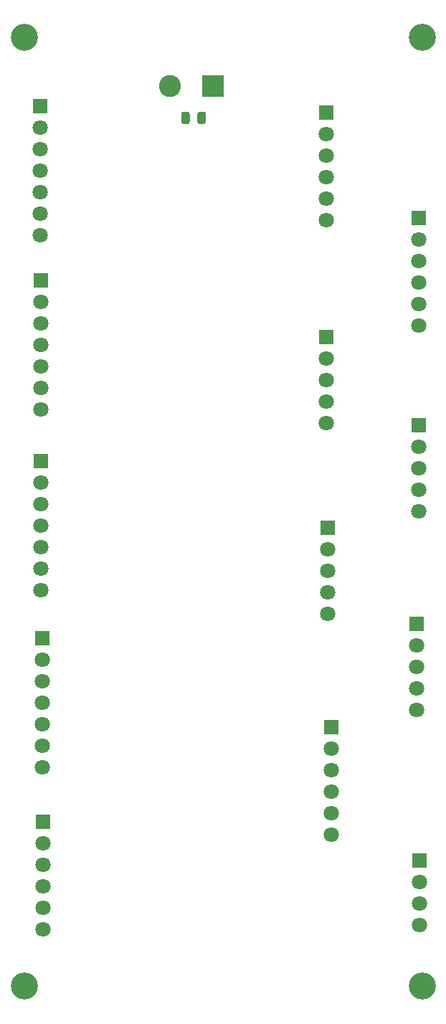
<source format=gbs>
%TF.GenerationSoftware,KiCad,Pcbnew,(5.1.10-1-10_14)*%
%TF.CreationDate,2022-05-12T15:34:05+03:00*%
%TF.ProjectId,Logic_signal_amplifier,4c6f6769-635f-4736-9967-6e616c5f616d,rev?*%
%TF.SameCoordinates,Original*%
%TF.FileFunction,Soldermask,Bot*%
%TF.FilePolarity,Negative*%
%FSLAX46Y46*%
G04 Gerber Fmt 4.6, Leading zero omitted, Abs format (unit mm)*
G04 Created by KiCad (PCBNEW (5.1.10-1-10_14)) date 2022-05-12 15:34:05*
%MOMM*%
%LPD*%
G01*
G04 APERTURE LIST*
%ADD10C,3.200000*%
%ADD11C,2.600000*%
%ADD12R,2.600000X2.600000*%
%ADD13C,1.800000*%
%ADD14R,1.800000X1.800000*%
G04 APERTURE END LIST*
D10*
%TO.C,H4*%
X144000000Y-147000000D03*
%TD*%
%TO.C,H3*%
X97000000Y-147000000D03*
%TD*%
%TO.C,H2*%
X144000000Y-35000000D03*
%TD*%
%TO.C,H1*%
X97000000Y-35000000D03*
%TD*%
D11*
%TO.C,J14*%
X114220000Y-40700000D03*
D12*
X119300000Y-40700000D03*
%TD*%
D13*
%TO.C,J13*%
X143700000Y-139820000D03*
X143700000Y-134740000D03*
D14*
X143700000Y-132200000D03*
D13*
X143700000Y-137280000D03*
%TD*%
D14*
%TO.C,J12*%
X133300000Y-116400000D03*
D13*
X133300000Y-118940000D03*
X133300000Y-121480000D03*
X133300000Y-124020000D03*
X133300000Y-126560000D03*
X133300000Y-129100000D03*
%TD*%
%TO.C,J11*%
X143300000Y-114360000D03*
X143300000Y-111820000D03*
X143300000Y-109280000D03*
X143300000Y-106740000D03*
D14*
X143300000Y-104200000D03*
%TD*%
D13*
%TO.C,J10*%
X132800000Y-103060000D03*
X132800000Y-100520000D03*
X132800000Y-97980000D03*
X132800000Y-95440000D03*
D14*
X132800000Y-92900000D03*
%TD*%
D13*
%TO.C,J9*%
X143600000Y-90960000D03*
X143600000Y-88420000D03*
X143600000Y-85880000D03*
X143600000Y-83340000D03*
D14*
X143600000Y-80800000D03*
%TD*%
D13*
%TO.C,J8*%
X132700000Y-80560000D03*
X132700000Y-78020000D03*
X132700000Y-75480000D03*
X132700000Y-72940000D03*
D14*
X132700000Y-70400000D03*
%TD*%
%TO.C,J7*%
X143600000Y-56300000D03*
D13*
X143600000Y-58840000D03*
X143600000Y-61380000D03*
X143600000Y-63920000D03*
X143600000Y-66460000D03*
X143600000Y-69000000D03*
%TD*%
D14*
%TO.C,J6*%
X132700000Y-43900000D03*
D13*
X132700000Y-46440000D03*
X132700000Y-48980000D03*
X132700000Y-51520000D03*
X132700000Y-54060000D03*
X132700000Y-56600000D03*
%TD*%
D14*
%TO.C,J5*%
X99200000Y-127600000D03*
D13*
X99200000Y-130140000D03*
X99200000Y-132680000D03*
X99200000Y-135220000D03*
X99200000Y-137760000D03*
X99200000Y-140300000D03*
%TD*%
%TO.C,J4*%
X99100000Y-113520000D03*
X99100000Y-110980000D03*
X99100000Y-118600000D03*
D14*
X99100000Y-105900000D03*
D13*
X99100000Y-116060000D03*
X99100000Y-108440000D03*
X99100000Y-121140000D03*
%TD*%
%TO.C,J3*%
X99000000Y-92660000D03*
X99000000Y-90120000D03*
X99000000Y-97740000D03*
D14*
X99000000Y-85040000D03*
D13*
X99000000Y-95200000D03*
X99000000Y-87580000D03*
X99000000Y-100280000D03*
%TD*%
%TO.C,J2*%
X99000000Y-71320000D03*
X99000000Y-68780000D03*
X99000000Y-76400000D03*
D14*
X99000000Y-63700000D03*
D13*
X99000000Y-73860000D03*
X99000000Y-66240000D03*
X99000000Y-78940000D03*
%TD*%
%TO.C,J1*%
X98900000Y-50720000D03*
X98900000Y-48180000D03*
X98900000Y-55800000D03*
D14*
X98900000Y-43100000D03*
D13*
X98900000Y-53260000D03*
X98900000Y-45640000D03*
X98900000Y-58340000D03*
%TD*%
%TO.C,C1*%
G36*
G01*
X116550000Y-44025000D02*
X116550000Y-44975000D01*
G75*
G02*
X116300000Y-45225000I-250000J0D01*
G01*
X115800000Y-45225000D01*
G75*
G02*
X115550000Y-44975000I0J250000D01*
G01*
X115550000Y-44025000D01*
G75*
G02*
X115800000Y-43775000I250000J0D01*
G01*
X116300000Y-43775000D01*
G75*
G02*
X116550000Y-44025000I0J-250000D01*
G01*
G37*
G36*
G01*
X118450000Y-44025000D02*
X118450000Y-44975000D01*
G75*
G02*
X118200000Y-45225000I-250000J0D01*
G01*
X117700000Y-45225000D01*
G75*
G02*
X117450000Y-44975000I0J250000D01*
G01*
X117450000Y-44025000D01*
G75*
G02*
X117700000Y-43775000I250000J0D01*
G01*
X118200000Y-43775000D01*
G75*
G02*
X118450000Y-44025000I0J-250000D01*
G01*
G37*
%TD*%
M02*

</source>
